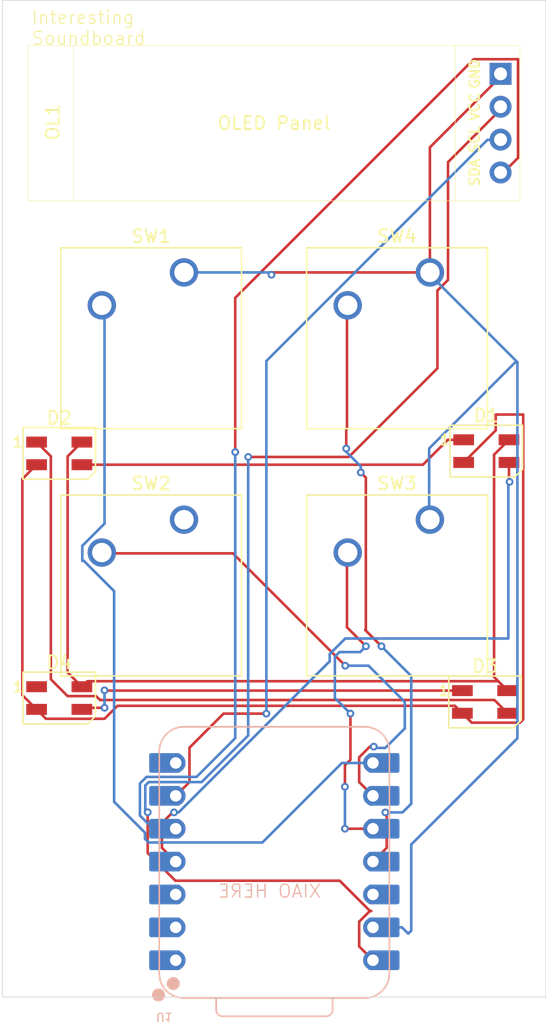
<source format=kicad_pcb>
(kicad_pcb (version 20241229) (generator "pcbnew") (generator_version "9.0")
  (layers (0 "F.Cu" signal) (2 "B.Cu" signal) (13 "F.Paste" user) (15 "B.Paste" user) (5 "F.SilkS" user "F.Silkscreen") (7 "B.SilkS" user "B.Silkscreen") (1 "F.Mask" user) (3 "B.Mask" user) (25 "Edge.Cuts" user))
  (net 0 "")
  (net 1 "Net-(D1-VSS)")
  (net 2 "Net-(D1-VDD)")
  (net 3 "Net-(D1-DOUT)")
  (net 4 "Net-(D1-DIN)")
  (net 5 "Net-(D2-DOUT)")
  (net 6 "Net-(D3-DOUT)")
  (net 8 "Net-(U1-GPIO1{slash}RX)")
  (net 9 "GND")
  (net 10 "Net-(U1-GPIO2{slash}SCK)")
  (net 11 "Net-(U1-GPIO4{slash}MISO)")
  (net 12 "Net-(U1-GPIO3{slash}MOSI)")
  (net 13 "Net-(OL1-SDA)")
  (net 15 "+5V")
  (net 17 "Net-(OL1-SCL)")
  (footprint "Button_Switch_Keyboard:SW_Cherry_MX_1.00u_PCB" (layer "F.Cu") (at 105.04 75.82)
    (property "Reference" "SW2" (at -2.54 -2.794 0) (layer "F.SilkS"))
    (property "Value" "SW_Push")
    (fp_line (start -9.525 -1.905) (end 4.445 -1.905) (stroke (width 0.12)) (layer "F.SilkS"))
    (fp_line (start -9.525 12.065) (end -9.525 -1.905) (stroke (width 0.12)) (layer "F.SilkS"))
    (fp_line (start 4.445 -1.905) (end 4.445 12.065) (stroke (width 0.12)) (layer "F.SilkS"))
    (fp_line (start 4.445 12.065) (end -9.525 12.065) (stroke (width 0.12)) (layer "F.SilkS"))
    (pad "" np_thru_hole circle (at -7.62 5.08) (size 1.7 1.7) (drill 1.7) (layers "*.Cu" "*.Mask"))
    (pad "" np_thru_hole circle (at -2.54 5.08) (size 4 4) (drill 4) (layers "*.Cu" "*.Mask"))
    (pad "" np_thru_hole circle (at 2.54 5.08) (size 1.7 1.7) (drill 1.7) (layers "*.Cu" "*.Mask"))
    (pad "1" thru_hole circle (at 0 0) (size 2.2 2.2) (drill 1.5) (layers "*.Cu" "*.Mask") (net 9 "GND"))
    (pad "2" thru_hole circle (at -6.35 2.54) (size 2.2 2.2) (drill 1.5) (layers "*.Cu" "*.Mask") (net 10 "Net-(U1-GPIO2{slash}SCK)"))
  )
  (footprint "OLED:SSD1306-0.91-OLED-4pin-128x32" (layer "F.Cu") (at 93 39.19)
    (property "Reference" "OL1" (at 1.9 5.91 90) (layer "F.SilkS"))
    (property "Value" "SSD1306_0.61_OLED")
    (fp_line (start 0 0) (end 0 12) (stroke (width 0.04)) (layer "F.SilkS"))
    (fp_line (start 0 12) (end 38 12) (stroke (width 0.04)) (layer "F.SilkS"))
    (fp_line (start 3.5 0) (end 3.5 12) (stroke (width 0.04)) (layer "F.SilkS"))
    (fp_line (start 33 0) (end 33 12) (stroke (width 0.04)) (layer "F.SilkS"))
    (fp_line (start 38 0) (end 0 0) (stroke (width 0.04)) (layer "F.SilkS"))
    (fp_line (start 38 12) (end 38 0) (stroke (width 0.04)) (layer "F.SilkS"))
    (fp_text user "SDA" (at 34.5 9.81 270) (layer "F.SilkS") (effects (font (size 0.75 0.75))))
    (fp_text user "OLED Panel" (at 19 6 0) (layer "F.SilkS"))
    (fp_text user "VCC" (at 34.5 4.73 270) (layer "F.SilkS") (effects (font (size 0.75 0.75))))
    (fp_text user "GND" (at 34.5 2.19 270) (layer "F.SilkS") (effects (font (size 0.75 0.75))))
    (fp_text user "SCL" (at 34.5 7.27 270) (layer "F.SilkS") (effects (font (size 0.75 0.75))))
    (pad "1" thru_hole rect (at 36.5 2.19) (size 1.7 1.7) (drill 1) (layers "*.Cu" "*.Mask") (net 9 "GND"))
    (pad "2" thru_hole oval (at 36.5 4.73) (size 1.7 1.7) (drill 1) (layers "*.Cu" "*.Mask") (net 15 "+5V"))
    (pad "3" thru_hole oval (at 36.5 7.27) (size 1.7 1.7) (drill 1) (layers "*.Cu" "*.Mask") (net 17 "Net-(OL1-SCL)"))
    (pad "4" thru_hole oval (at 36.5 9.81) (size 1.7 1.7) (drill 1) (layers "*.Cu" "*.Mask") (net 13 "Net-(OL1-SDA)"))
  )
  (footprint "Button_Switch_Keyboard:SW_Cherry_MX_1.00u_PCB" (layer "F.Cu") (at 124.04 56.72)
    (property "Reference" "SW4" (at -2.54 -2.794 0) (layer "F.SilkS"))
    (property "Value" "SW_Push")
    (fp_line (start -9.525 -1.905) (end 4.445 -1.905) (stroke (width 0.12)) (layer "F.SilkS"))
    (fp_line (start -9.525 12.065) (end -9.525 -1.905) (stroke (width 0.12)) (layer "F.SilkS"))
    (fp_line (start 4.445 -1.905) (end 4.445 12.065) (stroke (width 0.12)) (layer "F.SilkS"))
    (fp_line (start 4.445 12.065) (end -9.525 12.065) (stroke (width 0.12)) (layer "F.SilkS"))
    (pad "" np_thru_hole circle (at -7.62 5.08) (size 1.7 1.7) (drill 1.7) (layers "*.Cu" "*.Mask"))
    (pad "" np_thru_hole circle (at -2.54 5.08) (size 4 4) (drill 4) (layers "*.Cu" "*.Mask"))
    (pad "" np_thru_hole circle (at 2.54 5.08) (size 1.7 1.7) (drill 1.7) (layers "*.Cu" "*.Mask"))
    (pad "1" thru_hole circle (at 0 0) (size 2.2 2.2) (drill 1.5) (layers "*.Cu" "*.Mask") (net 9 "GND"))
    (pad "2" thru_hole circle (at -6.35 2.54) (size 2.2 2.2) (drill 1.5) (layers "*.Cu" "*.Mask") (net 12 "Net-(U1-GPIO3{slash}MOSI)"))
  )
  (footprint "LED_SMD:LED_SK6812MINI_PLCC4_3.5x3.5mm_P1.75mm" (layer "F.Cu") (at 95.4 89.6)
    (property "Reference" "D4" (at 0 -2.75 0) (layer "F.SilkS"))
    (property "Value" "SK6812MINI")
    (fp_line (start -2.8 -2) (end -2.8 2) (stroke (width 0.12)) (layer "F.SilkS"))
    (fp_line (start -2.8 -2) (end 2.8 -2) (stroke (width 0.12)) (layer "F.SilkS"))
    (fp_line (start -2.8 2) (end 2.2 2) (stroke (width 0.12)) (layer "F.SilkS"))
    (fp_line (start 2.8 1.4) (end 2.2 2) (stroke (width 0.12)) (layer "F.SilkS"))
    (fp_line (start 2.8 1.4) (end 2.8 -2) (stroke (width 0.12)) (layer "F.SilkS"))
    (fp_text user "1" (at -3.2 -0.875 0) (layer "F.SilkS") (effects (font (size 0.8 0.8))))
    (pad "1" smd rect (at -1.75 -0.875) (size 1.6 0.85) (layers "F.Cu" "F.Mask" "F.Paste"))
    (pad "2" smd rect (at -1.75 0.875) (size 1.6 0.85) (layers "F.Cu" "F.Mask" "F.Paste") (net 1 "Net-(D1-VSS)"))
    (pad "3" smd rect (at 1.75 0.875) (size 1.6 0.85) (layers "F.Cu" "F.Mask" "F.Paste") (net 6 "Net-(D3-DOUT)"))
    (pad "4" smd rect (at 1.75 -0.875) (size 1.6 0.85) (layers "F.Cu" "F.Mask" "F.Paste") (net 2 "Net-(D1-VDD)"))
  )
  (footprint "Button_Switch_Keyboard:SW_Cherry_MX_1.00u_PCB" (layer "F.Cu") (at 124.04 75.82)
    (property "Reference" "SW3" (at -2.54 -2.794 0) (layer "F.SilkS"))
    (property "Value" "SW_Push")
    (fp_line (start -9.525 -1.905) (end 4.445 -1.905) (stroke (width 0.12)) (layer "F.SilkS"))
    (fp_line (start -9.525 12.065) (end -9.525 -1.905) (stroke (width 0.12)) (layer "F.SilkS"))
    (fp_line (start 4.445 -1.905) (end 4.445 12.065) (stroke (width 0.12)) (layer "F.SilkS"))
    (fp_line (start 4.445 12.065) (end -9.525 12.065) (stroke (width 0.12)) (layer "F.SilkS"))
    (pad "" np_thru_hole circle (at -7.62 5.08) (size 1.7 1.7) (drill 1.7) (layers "*.Cu" "*.Mask"))
    (pad "" np_thru_hole circle (at -2.54 5.08) (size 4 4) (drill 4) (layers "*.Cu" "*.Mask"))
    (pad "" np_thru_hole circle (at 2.54 5.08) (size 1.7 1.7) (drill 1.7) (layers "*.Cu" "*.Mask"))
    (pad "1" thru_hole circle (at 0 0) (size 2.2 2.2) (drill 1.5) (layers "*.Cu" "*.Mask") (net 9 "GND"))
    (pad "2" thru_hole circle (at -6.35 2.54) (size 2.2 2.2) (drill 1.5) (layers "*.Cu" "*.Mask") (net 11 "Net-(U1-GPIO4{slash}MISO)"))
  )
  (footprint "Button_Switch_Keyboard:SW_Cherry_MX_1.00u_PCB" (layer "F.Cu") (at 105.04 56.72)
    (property "Reference" "SW1" (at -2.54 -2.794 0) (layer "F.SilkS"))
    (property "Value" "SW_Push")
    (fp_line (start -9.525 -1.905) (end 4.445 -1.905) (stroke (width 0.12)) (layer "F.SilkS"))
    (fp_line (start -9.525 12.065) (end -9.525 -1.905) (stroke (width 0.12)) (layer "F.SilkS"))
    (fp_line (start 4.445 -1.905) (end 4.445 12.065) (stroke (width 0.12)) (layer "F.SilkS"))
    (fp_line (start 4.445 12.065) (end -9.525 12.065) (stroke (width 0.12)) (layer "F.SilkS"))
    (pad "" np_thru_hole circle (at -7.62 5.08) (size 1.7 1.7) (drill 1.7) (layers "*.Cu" "*.Mask"))
    (pad "" np_thru_hole circle (at -2.54 5.08) (size 4 4) (drill 4) (layers "*.Cu" "*.Mask"))
    (pad "" np_thru_hole circle (at 2.54 5.08) (size 1.7 1.7) (drill 1.7) (layers "*.Cu" "*.Mask"))
    (pad "1" thru_hole circle (at 0 0) (size 2.2 2.2) (drill 1.5) (layers "*.Cu" "*.Mask") (net 9 "GND"))
    (pad "2" thru_hole circle (at -6.35 2.54) (size 2.2 2.2) (drill 1.5) (layers "*.Cu" "*.Mask") (net 8 "Net-(U1-GPIO1{slash}RX)"))
  )
  (footprint "LED_SMD:LED_SK6812MINI_PLCC4_3.5x3.5mm_P1.75mm" (layer "F.Cu") (at 95.4 70.7)
    (property "Reference" "D2" (at 0 -2.75 0) (layer "F.SilkS"))
    (property "Value" "SK6812MINI")
    (fp_line (start -2.8 -2) (end -2.8 2) (stroke (width 0.12)) (layer "F.SilkS"))
    (fp_line (start -2.8 -2) (end 2.8 -2) (stroke (width 0.12)) (layer "F.SilkS"))
    (fp_line (start -2.8 2) (end 2.2 2) (stroke (width 0.12)) (layer "F.SilkS"))
    (fp_line (start 2.8 1.4) (end 2.2 2) (stroke (width 0.12)) (layer "F.SilkS"))
    (fp_line (start 2.8 1.4) (end 2.8 -2) (stroke (width 0.12)) (layer "F.SilkS"))
    (fp_text user "1" (at -3.2 -0.875 0) (layer "F.SilkS") (effects (font (size 0.8 0.8))))
    (pad "1" smd rect (at -1.75 -0.875) (size 1.6 0.85) (layers "F.Cu" "F.Mask" "F.Paste") (net 5 "Net-(D2-DOUT)"))
    (pad "2" smd rect (at -1.75 0.875) (size 1.6 0.85) (layers "F.Cu" "F.Mask" "F.Paste") (net 1 "Net-(D1-VSS)"))
    (pad "3" smd rect (at 1.75 0.875) (size 1.6 0.85) (layers "F.Cu" "F.Mask" "F.Paste") (net 3 "Net-(D1-DOUT)"))
    (pad "4" smd rect (at 1.75 -0.875) (size 1.6 0.85) (layers "F.Cu" "F.Mask" "F.Paste") (net 2 "Net-(D1-VDD)"))
  )
  (footprint "LED_SMD:LED_SK6812MINI_PLCC4_3.5x3.5mm_P1.75mm" (layer "F.Cu") (at 128.4 70.525)
    (property "Reference" "D1" (at 0 -2.75 0) (layer "F.SilkS"))
    (property "Value" "SK6812MINI")
    (fp_line (start -2.8 -2) (end -2.8 2) (stroke (width 0.12)) (layer "F.SilkS"))
    (fp_line (start -2.8 -2) (end 2.8 -2) (stroke (width 0.12)) (layer "F.SilkS"))
    (fp_line (start -2.8 2) (end 2.2 2) (stroke (width 0.12)) (layer "F.SilkS"))
    (fp_line (start 2.8 1.4) (end 2.2 2) (stroke (width 0.12)) (layer "F.SilkS"))
    (fp_line (start 2.8 1.4) (end 2.8 -2) (stroke (width 0.12)) (layer "F.SilkS"))
    (fp_text user "1" (at -3.2 -0.875 0) (layer "F.SilkS") (effects (font (size 0.8 0.8))))
    (pad "1" smd rect (at -1.75 -0.875) (size 1.6 0.85) (layers "F.Cu" "F.Mask" "F.Paste") (net 3 "Net-(D1-DOUT)"))
    (pad "2" smd rect (at -1.75 0.875) (size 1.6 0.85) (layers "F.Cu" "F.Mask" "F.Paste") (net 1 "Net-(D1-VSS)"))
    (pad "3" smd rect (at 1.75 0.875) (size 1.6 0.85) (layers "F.Cu" "F.Mask" "F.Paste") (net 4 "Net-(D1-DIN)"))
    (pad "4" smd rect (at 1.75 -0.875) (size 1.6 0.85) (layers "F.Cu" "F.Mask" "F.Paste") (net 2 "Net-(D1-VDD)"))
  )
  (footprint "LED_SMD:LED_SK6812MINI_PLCC4_3.5x3.5mm_P1.75mm" (layer "F.Cu") (at 128.3 89.9)
    (property "Reference" "D3" (at 0 -2.75 0) (layer "F.SilkS"))
    (property "Value" "SK6812MINI")
    (fp_line (start -2.8 -2) (end -2.8 2) (stroke (width 0.12)) (layer "F.SilkS"))
    (fp_line (start -2.8 -2) (end 2.8 -2) (stroke (width 0.12)) (layer "F.SilkS"))
    (fp_line (start -2.8 2) (end 2.2 2) (stroke (width 0.12)) (layer "F.SilkS"))
    (fp_line (start 2.8 1.4) (end 2.2 2) (stroke (width 0.12)) (layer "F.SilkS"))
    (fp_line (start 2.8 1.4) (end 2.8 -2) (stroke (width 0.12)) (layer "F.SilkS"))
    (fp_text user "1" (at -3.2 -0.875 0) (layer "F.SilkS") (effects (font (size 0.8 0.8))))
    (pad "1" smd rect (at -1.75 -0.875) (size 1.6 0.85) (layers "F.Cu" "F.Mask" "F.Paste") (net 6 "Net-(D3-DOUT)"))
    (pad "2" smd rect (at -1.75 0.875) (size 1.6 0.85) (layers "F.Cu" "F.Mask" "F.Paste") (net 1 "Net-(D1-VSS)"))
    (pad "3" smd rect (at 1.75 0.875) (size 1.6 0.85) (layers "F.Cu" "F.Mask" "F.Paste") (net 5 "Net-(D2-DOUT)"))
    (pad "4" smd rect (at 1.75 -0.875) (size 1.6 0.85) (layers "F.Cu" "F.Mask" "F.Paste") (net 2 "Net-(D1-VDD)"))
  )
  (footprint "OPL:XIAO-RP2040-DIP" (layer "B.Cu") (at 112.02 102.235)
    (property "Reference" "U1" (at -8.5 12 180) (layer "B.SilkS") (effects (font (size 0.635 0.635) (thickness 0.1016)) (justify mirror)))
    (property "Value" "XIAO-RP2040-DIP")
    (fp_line (start -8.89 -8.509) (end -8.89 8.636) (stroke (width 0.127)) (layer "B.SilkS"))
    (fp_line (start -6.985 -10.414) (end 6.985 -10.414) (stroke (width 0.127)) (layer "B.SilkS"))
    (fp_line (start -4.495 10.541) (end -4.491272 11.451272) (stroke (width 0.127)) (layer "B.SilkS"))
    (fp_line (start -3.991272 11.951) (end 4.004 11.951) (stroke (width 0.127)) (layer "B.SilkS"))
    (fp_line (start 4.504 11.451) (end 4.504 10.541) (stroke (width 0.127)) (layer "B.SilkS"))
    (fp_line (start 6.985 10.541) (end -6.985 10.541) (stroke (width 0.1)) (layer "B.SilkS"))
    (fp_line (start 6.985 10.541) (end -6.985 10.541) (stroke (width 0.127)) (layer "B.SilkS"))
    (fp_line (start 8.89 -8.509) (end 8.89 8.636) (stroke (width 0.127)) (layer "B.SilkS"))
    (fp_arc (start -8.89 -8.509) (mid -8.332038 -9.856038) (end -6.985 -10.414) (stroke (width 0.127)) (layer "B.SilkS"))
    (fp_arc (start -6.985 10.541) (mid -8.332038 9.983038) (end -8.89 8.636) (stroke (width 0.127)) (layer "B.SilkS"))
    (fp_arc (start -3.991272 11.951) (mid -4.344724 11.804644) (end -4.491272 11.451272) (stroke (width 0.127)) (layer "B.SilkS"))
    (fp_arc (start 4.504 11.451) (mid 4.357553 11.804553) (end 4.004 11.951) (stroke (width 0.127)) (layer "B.SilkS"))
    (fp_arc (start 6.985 -10.414) (mid 8.332038 -9.856038) (end 8.89 -8.509) (stroke (width 0.127)) (layer "B.SilkS"))
    (fp_arc (start 8.89 8.636) (mid 8.332038 9.983038) (end 6.985 10.541) (stroke (width 0.127)) (layer "B.SilkS"))
    (fp_circle (center -8.95 10.3) (end -8.95 10.554) (stroke (width 0.5)) (fill yes) (layer "B.SilkS"))
    (fp_circle (center -7.807 9.42) (end -7.807 9.674) (stroke (width 0.5)) (fill yes) (layer "B.SilkS"))
    (pad "1" smd roundrect (at -8.455 7.62 180) (size 2.432 1.524) (layers "B.Cu" "B.Mask") (roundrect_rratio 0.1))
    (pad "1" thru_hole circle (at -7.62 7.62 180) (size 1.524 1.524) (drill 0.889) (layers "*.Cu" "*.Mask"))
    (pad "2" smd roundrect (at -8.455 5.08 180) (size 2.432 1.524) (layers "B.Cu" "B.Mask") (roundrect_rratio 0.1))
    (pad "2" thru_hole circle (at -7.62 5.08 180) (size 1.524 1.524) (drill 0.889) (layers "*.Cu" "*.Mask"))
    (pad "3" smd roundrect (at -8.455 2.54 180) (size 2.432 1.524) (layers "B.Cu" "B.Mask") (roundrect_rratio 0.1))
    (pad "3" thru_hole circle (at -7.62 2.54 180) (size 1.524 1.524) (drill 0.889) (layers "*.Cu" "*.Mask"))
    (pad "4" smd roundrect (at -8.455 0 180) (size 2.432 1.524) (layers "B.Cu" "B.Mask") (roundrect_rratio 0.1) (net 4 "Net-(D1-DIN)"))
    (pad "4" thru_hole circle (at -7.62 0 180) (size 1.524 1.524) (drill 0.889) (layers "*.Cu" "*.Mask") (net 4 "Net-(D1-DIN)"))
    (pad "5" smd roundrect (at -8.455 -2.54 180) (size 2.432 1.524) (layers "B.Cu" "B.Mask") (roundrect_rratio 0.1) (net 13 "Net-(OL1-SDA)"))
    (pad "5" thru_hole circle (at -7.62 -2.54 180) (size 1.524 1.524) (drill 0.889) (layers "*.Cu" "*.Mask") (net 13 "Net-(OL1-SDA)"))
    (pad "6" smd roundrect (at -8.455 -5.08 180) (size 2.432 1.524) (layers "B.Cu" "B.Mask") (roundrect_rratio 0.1) (net 17 "Net-(OL1-SCL)"))
    (pad "6" thru_hole circle (at -7.62 -5.08 180) (size 1.524 1.524) (drill 0.889) (layers "*.Cu" "*.Mask") (net 17 "Net-(OL1-SCL)"))
    (pad "7" smd roundrect (at -8.455 -7.62 180) (size 2.432 1.524) (layers "B.Cu" "B.Mask") (roundrect_rratio 0.1))
    (pad "7" thru_hole circle (at -7.62 -7.62 180) (size 1.524 1.524) (drill 0.889) (layers "*.Cu" "*.Mask"))
    (pad "8" thru_hole circle (at 7.62 -7.62) (size 1.524 1.524) (drill 0.889) (layers "*.Cu" "*.Mask") (net 8 "Net-(U1-GPIO1{slash}RX)"))
    (pad "8" smd roundrect (at 8.455 -7.62) (size 2.432 1.524) (layers "B.Cu" "B.Mask") (roundrect_rratio 0.1) (net 8 "Net-(U1-GPIO1{slash}RX)"))
    (pad "9" thru_hole circle (at 7.62 -5.08) (size 1.524 1.524) (drill 0.889) (layers "*.Cu" "*.Mask") (net 10 "Net-(U1-GPIO2{slash}SCK)"))
    (pad "9" smd roundrect (at 8.455 -5.08) (size 2.432 1.524) (layers "B.Cu" "B.Mask") (roundrect_rratio 0.1) (net 10 "Net-(U1-GPIO2{slash}SCK)"))
    (pad "10" thru_hole circle (at 7.62 -2.54) (size 1.524 1.524) (drill 0.889) (layers "*.Cu" "*.Mask") (net 11 "Net-(U1-GPIO4{slash}MISO)"))
    (pad "10" smd roundrect (at 8.455 -2.54) (size 2.432 1.524) (layers "B.Cu" "B.Mask") (roundrect_rratio 0.1) (net 11 "Net-(U1-GPIO4{slash}MISO)"))
    (pad "11" thru_hole circle (at 7.62 0) (size 1.524 1.524) (drill 0.889) (layers "*.Cu" "*.Mask") (net 12 "Net-(U1-GPIO3{slash}MOSI)"))
    (pad "11" smd roundrect (at 8.455 0) (size 2.432 1.524) (layers "B.Cu" "B.Mask") (roundrect_rratio 0.1) (net 12 "Net-(U1-GPIO3{slash}MOSI)"))
    (pad "12" thru_hole circle (at 7.62 2.54) (size 1.524 1.524) (drill 0.889) (layers "*.Cu" "*.Mask"))
    (pad "12" smd roundrect (at 8.455 2.54) (size 2.432 1.524) (layers "B.Cu" "B.Mask") (roundrect_rratio 0.1))
    (pad "13" thru_hole circle (at 7.62 5.08) (size 1.524 1.524) (drill 0.889) (layers "*.Cu" "*.Mask") (net 9 "GND"))
    (pad "13" smd roundrect (at 8.455 5.08) (size 2.432 1.524) (layers "B.Cu" "B.Mask") (roundrect_rratio 0.1) (net 9 "GND"))
    (pad "14" thru_hole circle (at 7.62 7.62) (size 1.524 1.524) (drill 0.889) (layers "*.Cu" "*.Mask") (net 15 "+5V"))
    (pad "14" smd roundrect (at 8.455 7.62) (size 2.432 1.524) (layers "B.Cu" "B.Mask") (roundrect_rratio 0.1) (net 15 "+5V"))
  )
  (gr_rect (start 91 35.7) (end 133 112.7) (stroke (width 0.05)) (fill no) (layer "Edge.Cuts"))
  (gr_text "Interesting\nSoundboard" (at 93.2 39.21 0) (layer "F.SilkS") (effects (font (size 1 1) (thickness 0.1)) (justify left bottom)))
  (gr_text "XIAO HERE" (at 115.7 105.1 0) (layer "B.SilkS") (effects (font (size 1 1) (thickness 0.1)) (justify left bottom mirror)))
  (segment (start 130.999 91.501) (end 127.276 91.501) (width 0.2) (layer "F.Cu") (net 1))
  (segment (start 98.899943 91.201) (end 94.376 91.201) (width 0.2) (layer "F.Cu") (net 1))
  (segment (start 131.251 91.249) (end 130.999 91.501) (width 0.2) (layer "F.Cu") (net 1))
  (segment (start 131.251 67.699) (end 131.251 91.249) (width 0.2) (layer "F.Cu") (net 1))
  (segment (start 129.126 68.924) (end 129.126 67.699) (width 0.2) (layer "F.Cu") (net 1))
  (segment (start 129.126 67.699) (end 131.251 67.699) (width 0.2) (layer "F.Cu") (net 1))
  (segment (start 127.276 91.501) (end 126.55 90.775) (width 0.2) (layer "F.Cu") (net 1))
  (segment (start 92.549 89.374) (end 92.549 72.676) (width 0.2) (layer "F.Cu") (net 1))
  (segment (start 125.974 90.199) (end 99.901943 90.199) (width 0.2) (layer "F.Cu") (net 1))
  (segment (start 126.55 90.775) (end 125.974 90.199) (width 0.2) (layer "F.Cu") (net 1))
  (segment (start 92.549 72.676) (end 93.65 71.575) (width 0.2) (layer "F.Cu") (net 1))
  (segment (start 99.901943 90.199) (end 98.899943 91.201) (width 0.2) (layer "F.Cu") (net 1))
  (segment (start 94.376 91.201) (end 93.65 90.475) (width 0.2) (layer "F.Cu") (net 1))
  (segment (start 126.65 71.4) (end 129.126 68.924) (width 0.2) (layer "F.Cu") (net 1))
  (segment (start 93.65 90.475) (end 92.549 89.374) (width 0.2) (layer "F.Cu") (net 1))
  (segment (start 129.324 88.299) (end 130.05 89.025) (width 0.2) (layer "F.Cu") (net 2))
  (segment (start 129 87.975) (end 129.0125 87.9875) (width 0.2) (layer "F.Cu") (net 2))
  (segment (start 128.949 87.924) (end 129.0125 87.9875) (width 0.2) (layer "F.Cu") (net 2))
  (segment (start 129.0125 87.9875) (end 130.05 89.025) (width 0.2) (layer "F.Cu") (net 2))
  (segment (start 97.15 88.725) (end 96.049 87.624) (width 0.2) (layer "F.Cu") (net 2))
  (segment (start 97.15 88.725) (end 97.576 88.299) (width 0.2) (layer "F.Cu") (net 2))
  (segment (start 130.15 69.65) (end 129 70.8) (width 0.2) (layer "F.Cu") (net 2))
  (segment (start 96.049 70.926) (end 97.15 69.825) (width 0.2) (layer "F.Cu") (net 2))
  (segment (start 96.049 87.624) (end 96.049 70.926) (width 0.2) (layer "F.Cu") (net 2))
  (segment (start 129 70.8) (end 129 87.975) (width 0.2) (layer "F.Cu") (net 2))
  (segment (start 97.576 88.299) (end 129.324 88.299) (width 0.2) (layer "F.Cu") (net 2))
  (segment (start 126.65 69.65) (end 125.425 69.65) (width 0.2) (layer "F.Cu") (net 3))
  (segment (start 125.425 69.65) (end 123.5 71.575) (width 0.2) (layer "F.Cu") (net 3))
  (segment (start 97.15 71.575) (end 123.5 71.575) (width 0.2) (layer "F.Cu") (net 3))
  (segment (start 130.15 72.85) (end 130.2 72.9) (width 0.2) (layer "F.Cu") (net 4))
  (segment (start 103.337 99.25469) (end 104.15869 98.433) (width 0.2) (layer "F.Cu") (net 4))
  (segment (start 104.4 102.235) (end 103.337 101.172) (width 0.2) (layer "F.Cu") (net 4))
  (segment (start 103.337 101.172) (end 103.337 99.25469) (width 0.2) (layer "F.Cu") (net 4))
  (segment (start 130.15 71.4) (end 130.15 72.85) (width 0.2) (layer "F.Cu") (net 4))
  (segment (start 104.15869 98.433) (end 104.270527 98.433) (width 0.2) (layer "F.Cu") (net 4))
  (via (at 130.2 72.9) (size 0.6) (drill 0.3) (layers "F.Cu" "B.Cu") (net 4))
  (via (at 104.270527 98.433) (size 0.6) (drill 0.3) (layers "F.Cu" "B.Cu") (net 4))
  (segment (start 116.3 86.75831) (end 104.62531 98.433) (width 0.2) (layer "B.Cu") (net 4))
  (segment (start 116.3 86.2) (end 116.3 86.75831) (width 0.2) (layer "B.Cu") (net 4))
  (segment (start 117.5 85) (end 116.3 86.2) (width 0.2) (layer "B.Cu") (net 4))
  (segment (start 117.5 85) (end 130.1 85) (width 0.2) (layer "B.Cu") (net 4))
  (segment (start 130.1 73) (end 130.2 72.9) (width 0.2) (layer "B.Cu") (net 4))
  (segment (start 130.1 85) (end 130.1 73) (width 0.2) (layer "B.Cu") (net 4))
  (segment (start 104.28 98.5315) (end 104.28 98.22) (width 0.2) (layer "B.Cu") (net 4))
  (segment (start 104.62531 98.433) (end 104.270527 98.433) (width 0.2) (layer "B.Cu") (net 4))
  (segment (start 94.751 70.926) (end 93.65 69.825) (width 0.2) (layer "F.Cu") (net 5))
  (segment (start 129.026 89.751) (end 98.551 89.751) (width 0.2) (layer "F.Cu") (net 5))
  (segment (start 94.751 88.153) (end 94.751 70.926) (width 0.2) (layer "F.Cu") (net 5))
  (segment (start 130.05 90.775) (end 129.026 89.751) (width 0.2) (layer "F.Cu") (net 5))
  (segment (start 98.251 89.451) (end 96.049 89.451) (width 0.2) (layer "F.Cu") (net 5))
  (segment (start 96.049 89.451) (end 94.751 88.153) (width 0.2) (layer "F.Cu") (net 5))
  (segment (start 98.551 89.751) (end 98.251 89.451) (width 0.2) (layer "F.Cu") (net 5))
  (segment (start 126.55 89.025) (end 98.925 89.025) (width 0.2) (layer "F.Cu") (net 6))
  (segment (start 98.9 90.351) (end 97.274 90.351) (width 0.2) (layer "F.Cu") (net 6))
  (segment (start 97.274 90.351) (end 97.15 90.475) (width 0.2) (layer "F.Cu") (net 6))
  (segment (start 98.925 89.025) (end 98.9 89) (width 0.2) (layer "F.Cu") (net 6))
  (via (at 98.9 89) (size 0.6) (drill 0.3) (layers "F.Cu" "B.Cu") (net 6))
  (via (at 98.9 90.351) (size 0.6) (drill 0.3) (layers "F.Cu" "B.Cu") (net 6))
  (segment (start 98.9 89) (end 98.9 90.351) (width 0.2) (layer "B.Cu") (net 6))
  (segment (start 97.18275 77.842186) (end 97.18275 79.002814) (width 0.2) (layer "B.Cu") (net 8))
  (segment (start 111.09819 100.758) (end 117.24119 94.615) (width 0.2) (layer "B.Cu") (net 8))
  (segment (start 98.9 59.68875) (end 98.9 76.124936) (width 0.2) (layer "B.Cu") (net 8))
  (segment (start 102.023274 100.4719) (end 102.309374 100.758) (width 0.2) (layer "B.Cu") (net 8))
  (segment (start 102.309374 100.758) (end 111.09819 100.758) (width 0.2) (layer "B.Cu") (net 8))
  (segment (start 97.302814 79.002814) (end 99.64175 81.34175) (width 0.2) (layer "B.Cu") (net 8))
  (segment (start 99.64175 97.613976) (end 102.023274 99.9955) (width 0.2) (layer "B.Cu") (net 8))
  (segment (start 97.18275 79.002814) (end 97.302814 79.002814) (width 0.2) (layer "B.Cu") (net 8))
  (segment (start 98.9 76.124936) (end 97.18275 77.842186) (width 0.2) (layer "B.Cu") (net 8))
  (segment (start 117.24119 94.615) (end 119.64 94.615) (width 0.2) (layer "B.Cu") (net 8))
  (segment (start 98.58375 59.3725) (end 98.9 59.68875) (width 0.2) (layer "B.Cu") (net 8))
  (segment (start 99.64175 81.34175) (end 99.64175 97.613976) (width 0.2) (layer "B.Cu") (net 8))
  (segment (start 102.023274 99.9955) (end 102.023274 100.4719) (width 0.2) (layer "B.Cu") (net 8))
  (segment (start 124.04 47.06) (end 124.04 56.72) (width 0.2) (layer "F.Cu") (net 9))
  (segment (start 124.04 56.72) (end 111.98 56.72) (width 0.2) (layer "F.Cu") (net 9))
  (segment (start 129.7 41.4) (end 124.04 47.06) (width 0.2) (layer "F.Cu") (net 9))
  (segment (start 111.98 56.72) (end 111.8 56.9) (width 0.2) (layer "F.Cu") (net 9))
  (via (at 111.8 56.9) (size 0.6) (drill 0.3) (layers "F.Cu" "B.Cu") (net 9))
  (segment (start 122.3661 107.801) (end 121.8801 107.315) (width 0.2) (layer "B.Cu") (net 9))
  (segment (start 130.801 63.64975) (end 130.725625 63.574375) (width 0.2) (layer "B.Cu") (net 9))
  (segment (start 111.8 56.9) (end 111.62 56.72) (width 0.2) (layer "B.Cu") (net 9))
  (segment (start 130.801 92.71) (end 130.801 63.64975) (width 0.2) (layer "B.Cu") (net 9))
  (segment (start 121.8801 107.315) (end 120.475 107.315) (width 0.2) (layer "B.Cu") (net 9))
  (segment (start 122.601 107.5661) (end 122.601 100.91) (width 0.2) (layer "B.Cu") (net 9))
  (segment (start 122.601 100.91) (end 130.801 92.71) (width 0.2) (layer "B.Cu") (net 9))
  (segment (start 122.3661 107.801) (end 122.601 107.5661) (width 0.2) (layer "B.Cu") (net 9))
  (segment (start 111.62 56.72) (end 105.04 56.72) (width 0.2) (layer "B.Cu") (net 9))
  (segment (start 123.98375 70.31625) (end 123.98375 75.8825) (width 0.2) (layer "B.Cu") (net 9))
  (segment (start 130.725625 63.574375) (end 123.98375 56.8325) (width 0.2) (layer "B.Cu") (net 9))
  (segment (start 130.725625 63.574375) (end 123.98375 70.31625) (width 0.2) (layer "B.Cu") (net 9))
  (segment (start 118.577 96.092) (end 118.577 94.17469) (width 0.2) (layer "F.Cu") (net 10))
  (segment (start 119.39869 93.353) (end 119.7 93.353) (width 0.2) (layer "F.Cu") (net 10))
  (segment (start 98.58375 78.4225) (end 108.8225 78.4225) (width 0.2) (layer "F.Cu") (net 10))
  (segment (start 119.64 97.155) (end 118.577 96.092) (width 0.2) (layer "F.Cu") (net 10))
  (segment (start 118.577 94.17469) (end 119.39869 93.353) (width 0.2) (layer "F.Cu") (net 10))
  (segment (start 108.8225 78.4225) (end 117.5 87.1) (width 0.2) (layer "F.Cu") (net 10))
  (via (at 117.5 87.1) (size 0.6) (drill 0.3) (layers "F.Cu" "B.Cu") (net 10))
  (via (at 119.7 93.353) (size 0.6) (drill 0.3) (layers "F.Cu" "B.Cu") (net 10))
  (segment (start 119.3 87.1) (end 122.1 89.9) (width 0.2) (layer "B.Cu") (net 10))
  (segment (start 122.1 91.94913) (end 120.59763 93.4515) (width 0.2) (layer "B.Cu") (net 10))
  (segment (start 122.1 89.9) (end 122.1 91.94913) (width 0.2) (layer "B.Cu") (net 10))
  (segment (start 117.5 87.1) (end 119.3 87.1) (width 0.2) (layer "B.Cu") (net 10))
  (segment (start 120.59763 93.4515) (end 119.52 93.4515) (width 0.2) (layer "B.Cu") (net 10))
  (segment (start 119.1 85.6) (end 117.63375 84.13375) (width 0.2) (layer "F.Cu") (net 11))
  (segment (start 117.475 99.695) (end 119.64 99.695) (width 0.2) (layer "F.Cu") (net 11))
  (segment (start 117.9 94.3715) (end 117.9 90.8) (width 0.2) (layer "F.Cu") (net 11))
  (segment (start 117.9 94.3715) (end 117.475 94.7965) (width 0.2) (layer "F.Cu") (net 11))
  (segment (start 117.475 94.7965) (end 117.475 96.4545) (width 0.2) (layer "F.Cu") (net 11))
  (segment (start 117.63375 84.13375) (end 117.63375 78.4225) (width 0.2) (layer "F.Cu") (net 11))
  (via (at 117.475 99.695) (size 0.6) (drill 0.3) (layers "F.Cu" "B.Cu") (net 11))
  (via (at 117.9 90.8) (size 0.6) (drill 0.3) (layers "F.Cu" "B.Cu") (net 11))
  (via (at 119.1 85.6) (size 0.6) (drill 0.3) (layers "F.Cu" "B.Cu") (net 11))
  (via (at 117.475 96.4545) (size 0.6) (drill 0.3) (layers "F.Cu" "B.Cu") (net 11))
  (segment (start 117.050057 86.049943) (end 116.7 86.4) (width 0.2) (layer "B.Cu") (net 11))
  (segment (start 118.650057 86.049943) (end 117.050057 86.049943) (width 0.2) (layer "B.Cu") (net 11))
  (segment (start 118.8 85.9) (end 119.1 85.6) (width 0.2) (layer "B.Cu") (net 11))
  (segment (start 116.7 86.4) (end 116.7 89.6) (width 0.2) (layer "B.Cu") (net 11))
  (segment (start 119.1 85.6) (end 118.650057 86.049943) (width 0.2) (layer "B.Cu") (net 11))
  (segment (start 117.475 96.4545) (end 117.475 99.695) (width 0.2) (layer "B.Cu") (net 11))
  (segment (start 116.7 89.6) (end 117.9 90.8) (width 0.2) (layer "B.Cu") (net 11))
  (segment (start 119.091 84.391) (end 120.3 85.6) (width 0.2) (layer "F.Cu") (net 12))
  (segment (start 118.7 72.175) (end 119.091 72.566) (width 0.2) (layer "F.Cu") (net 12))
  (segment (start 120.703 98.53837) (end 120.59763 98.433) (width 0.2) (layer "F.Cu") (net 12))
  (segment (start 119.091 72.566) (end 119.091 84.391) (width 0.2) (layer "F.Cu") (net 12))
  (segment (start 117.57636 68.82364) (end 117.63375 68.76625) (width 0.2) (layer "F.Cu") (net 12))
  (segment (start 120.3 85.6) (end 119.03475 84.33475) (width 0.2) (layer "F.Cu") (net 12))
  (segment (start 117.57636 70.32364) (end 117.57636 68.82364) (width 0.2) (layer "F.Cu") (net 12))
  (segment (start 120.703 101.172) (end 120.703 98.53837) (width 0.2) (layer "F.Cu") (net 12))
  (segment (start 117.63375 68.76625) (end 117.63375 59.3725) (width 0.2) (layer "F.Cu") (net 12))
  (segment (start 119.64 102.235) (end 120.703 101.172) (width 0.2) (layer "F.Cu") (net 12))
  (via (at 117.57636 70.32364) (size 0.6) (drill 0.3) (layers "F.Cu" "B.Cu") (net 12))
  (via (at 120.3 85.6) (size 0.6) (drill 0.3) (layers "F.Cu" "B.Cu") (net 12))
  (via (at 120.59763 98.433) (size 0.6) (drill 0.3) (layers "F.Cu" "B.Cu") (net 12))
  (via (at 118.7 72.175) (size 0.6) (drill 0.3) (layers "F.Cu" "B.Cu") (net 12))
  (segment (start 117.57636 70.32364) (end 117.57636 70.57636) (width 0.2) (layer "B.Cu") (net 12))
  (segment (start 122.6 87.9) (end 122.6 97.762626) (width 0.2) (layer "B.Cu") (net 12))
  (segment (start 121.929626 98.433) (end 120.59763 98.433) (width 0.2) (layer "B.Cu") (net 12))
  (segment (start 120.3 85.6) (end 122.6 87.9) (width 0.2) (layer "B.Cu") (net 12))
  (segment (start 117.57636 70.57636) (end 118.7 71.7) (width 0.2) (layer "B.Cu") (net 12))
  (segment (start 118.7 71.7) (end 118.7 72.175) (width 0.2) (layer "B.Cu") (net 12))
  (segment (start 122.6 97.762626) (end 121.929626 98.433) (width 0.2) (layer "B.Cu") (net 12))
  (segment (start 130.851 47.869) (end 130.851 40.249) (width 0.2) (layer "F.Cu") (net 13))
  (segment (start 127.43253 40.249) (end 109 58.68153) (width 0.2) (layer "F.Cu") (net 13))
  (segment (start 130.851 40.249) (end 127.43253 40.249) (width 0.2) (layer "F.Cu") (net 13))
  (segment (start 129.7 49.02) (end 130.851 47.869) (width 0.2) (layer "F.Cu") (net 13))
  (segment (start 109 58.68153) (end 109 70.6) (width 0.2) (layer "F.Cu") (net 13))
  (via (at 109 70.6) (size 0.6) (drill 0.3) (layers "F.Cu" "B.Cu") (net 13))
  (segment (start 102.143274 95.691) (end 101.634 96.200274) (width 0.2) (layer "B.Cu") (net 13))
  (segment (start 101.634 96.200274) (end 101.634 98.673943) (width 0.2) (layer "B.Cu") (net 13))
  (segment (start 109 70.6) (end 109 92.7) (width 0.2) (layer "B.Cu") (net 13))
  (segment (start 109 92.7) (end 106.009 95.691) (width 0.2) (layer "B.Cu") (net 13))
  (segment (start 102.655057 99.695) (end 104.4 99.695) (width 0.2) (layer "B.Cu") (net 13))
  (segment (start 106.009 95.691) (end 102.143274 95.691) (width 0.2) (layer "B.Cu") (net 13))
  (segment (start 101.634 98.673943) (end 102.655057 99.695) (width 0.2) (layer "B.Cu") (net 13))
  (segment (start 129.7 43.94) (end 125.441 48.199) (width 0.2) (layer "F.Cu") (net 15))
  (segment (start 125.441 48.199) (end 125.441 57.300314) (width 0.2) (layer "F.Cu") (net 15))
  (segment (start 124.620314 64.129629) (end 117.774943 70.975) (width 0.2) (layer "F.Cu") (net 15))
  (segment (start 118.577 108.792) (end 119.64 109.855) (width 0.2) (layer "F.Cu") (net 15))
  (segment (start 104.37369 103.712) (end 117.07369 103.712) (width 0.2) (layer "F.Cu") (net 15))
  (segment (start 124.620314 58.121) (end 124.620314 64.129629) (width 0.2) (layer "F.Cu") (net 15))
  (segment (start 102.235 98.425) (end 102.235 101.57331) (width 0.2) (layer "F.Cu") (net 15))
  (segment (start 119.510527 106.053) (end 119.39869 106.053) (width 0.2) (layer "F.Cu") (net 15))
  (segment (start 118.577 106.87469) (end 118.577 108.792) (width 0.2) (layer "F.Cu") (net 15))
  (segment (start 102.235 101.57331) (end 104.37369 103.712) (width 0.2) (layer "F.Cu") (net 15))
  (segment (start 125.441 57.300314) (end 124.620314 58.121) (width 0.2) (layer "F.Cu") (net 15))
  (segment (start 117.774943 70.975) (end 110 70.975) (width 0.2) (layer "F.Cu") (net 15))
  (segment (start 117.07369 103.712) (end 119.41469 106.053) (width 0.2) (layer "F.Cu") (net 15))
  (segment (start 119.41469 106.053) (end 119.510527 106.053) (width 0.2) (layer "F.Cu") (net 15))
  (segment (start 119.39869 106.053) (end 118.577 106.87469) (width 0.2) (layer "F.Cu") (net 15))
  (via (at 102.235 98.425) (size 0.6) (drill 0.3) (layers "F.Cu" "B.Cu") (net 15))
  (via (at 110 70.975) (size 0.6) (drill 0.3) (layers "F.Cu" "B.Cu") (net 15))
  (segment (start 102.309374 96.092) (end 102.048 96.353374) (width 0.2) (layer "B.Cu") (net 15))
  (segment (start 110 70.975) (end 110 92.49121) (width 0.2) (layer "B.Cu") (net 15))
  (segment (start 102.048 96.353374) (end 102.048 98.238) (width 0.2) (layer "B.Cu") (net 15))
  (segment (start 106.39921 96.092) (end 102.309374 96.092) (width 0.2) (layer "B.Cu") (net 15))
  (segment (start 110 92.49121) (end 106.39921 96.092) (width 0.2) (layer "B.Cu") (net 15))
  (segment (start 102.048 98.238) (end 102.235 98.425) (width 0.2) (layer "B.Cu") (net 15))
  (segment (start 105.463 96.092) (end 105.463 93.437) (width 0.2) (layer "F.Cu") (net 17))
  (segment (start 105.463 93.437) (end 107.9 91) (width 0.2) (layer "F.Cu") (net 17))
  (segment (start 104.4 97.155) (end 105.463 96.092) (width 0.2) (layer "F.Cu") (net 17))
  (segment (start 107.9 91) (end 108.09511 90.80489) (width 0.2) (layer "F.Cu") (net 17))
  (segment (start 108.09511 90.80489) (end 111.40489 90.80489) (width 0.2) (layer "F.Cu") (net 17))
  (via (at 111.40489 90.80489) (size 0.6) (drill 0.3) (layers "F.Cu" "B.Cu") (net 17))
  (segment (start 128.488686 46.48) (end 129.7 46.48) (width 0.2) (layer "B.Cu") (net 17))
  (segment (start 111.40489 90.80489) (end 111.40489 63.563796) (width 0.2) (layer "B.Cu") (net 17))
  (segment (start 111.40489 63.563796) (end 128.488686 46.48) (width 0.2) (layer "B.Cu") (net 17))
)
</source>
